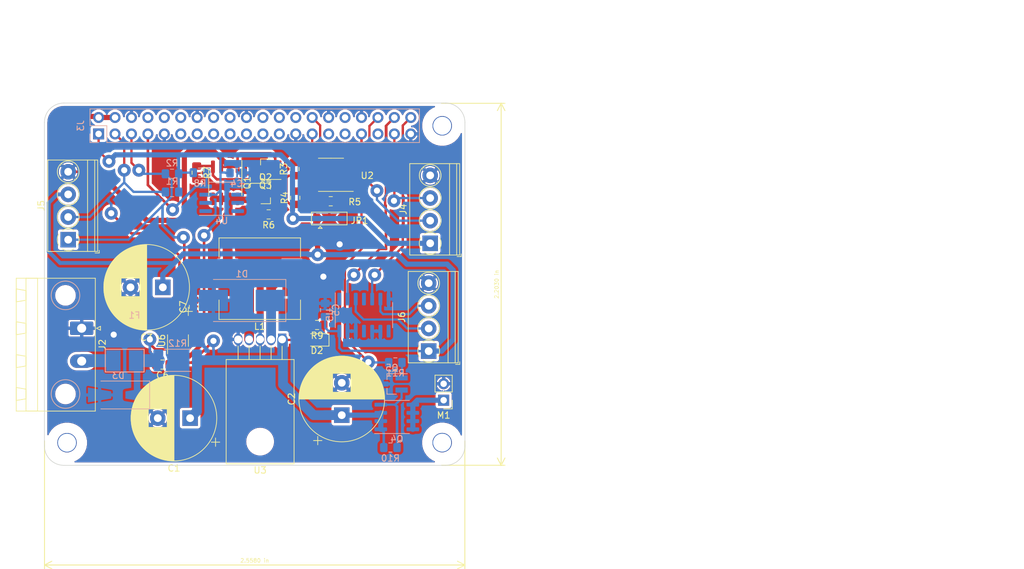
<source format=kicad_pcb>
(kicad_pcb (version 20171130) (host pcbnew "(5.1.2)-1")
  (layers (0 F.Cu signal) (31 B.Cu signal) (34 B.Paste user) (35 F.Paste user) (36 B.SilkS user) (37 F.SilkS user) (38 B.Mask user) (39 F.Mask user) (44 Edge.Cuts user))
  (net 0 "")
  (net 1 GND)
  (net 2 /ID_SD_EEPROM)
  (net 3 /ID_SC_EEPROM)
  (net 4 "Net-(Q2-Pad1)")
  (net 5 /P5V_HAT)
  (net 6 "Net-(J3-Pad8)")
  (net 7 "Net-(J3-Pad10)")
  (net 8 "Net-(J3-Pad11)")
  (net 9 "Net-(J3-Pad12)")
  (net 10 "Net-(J3-Pad13)")
  (net 11 "Net-(J3-Pad15)")
  (net 12 "Net-(J3-Pad16)")
  (net 13 "Net-(J3-Pad17)")
  (net 14 "Net-(J3-Pad18)")
  (net 15 "Net-(J3-Pad19)")
  (net 16 "Net-(J3-Pad21)")
  (net 17 "Net-(J3-Pad22)")
  (net 18 "Net-(J3-Pad23)")
  (net 19 "Net-(J3-Pad24)")
  (net 20 "Net-(J3-Pad26)")
  (net 21 "Net-(J3-Pad29)")
  (net 22 "Net-(J3-Pad31)")
  (net 23 "Net-(J3-Pad32)")
  (net 24 "Net-(J3-Pad35)")
  (net 25 +24V)
  (net 26 +5V)
  (net 27 +3V3)
  (net 28 "Net-(C6-Pad2)")
  (net 29 "Net-(D1-Pad1)")
  (net 30 "/Hat power/VIN")
  (net 31 "Net-(D2-Pad1)")
  (net 32 /SDA)
  (net 33 /SCL)
  (net 34 /temp)
  (net 35 /PWM_FAN)
  (net 36 /GPIO16)
  (net 37 /GPIO26)
  (net 38 /LED_MOSI)
  (net 39 /LED_SCLK)
  (net 40 /DotStar_clock)
  (net 41 /Dotstar_data)
  (net 42 "Net-(JP1-Pad2)")
  (net 43 "Net-(M1-Pad1)")
  (net 44 "Net-(Q1-Pad4)")
  (net 45 "Net-(Q4-Pad4)")
  (net 46 "Net-(Q5-Pad1)")
  (net 47 "Net-(R5-Pad1)")
  (net 48 "Net-(U4-Pad8)")
  (net 49 "Net-(U4-Pad7)")
  (net 50 "Net-(U4-Pad6)")
  (net 51 "Net-(U4-Pad2)")
  (net 52 "Net-(U4-Pad1)")
  (net 53 "Net-(U5-Pad11)")
  (net 54 "Net-(U5-Pad8)")
  (net 55 "Net-(U5-Pad4)")
  (net 56 "Net-(U5-Pad1)")
  (module Diode_SMD:D_SMA-SMB_Universal_Handsoldering (layer B.Cu) (at 89.9668 105.9434 180)
    (fp_text reference D3 (at 0 3) (layer B.SilkS) (effects (justify mirror)))
    (fp_text value D_Schottky)
    (pad 2 smd trapezoid (at 2.9 0) (size 3.6 1.7) (rect_delta 0.6 0) (layers B.Cu B.Paste B.Mask) (net 1 GND))
    (pad 1 smd trapezoid (at -2.9 0 180) (size 3.6 1.7) (rect_delta 0.6 0) (layers B.Cu B.Paste B.Mask) (net 28 "Net-(C6-Pad2)"))
  )
  (module Package_TO_SOT_SMD:SOT-23_Handsoldering (layer B.Cu) (at 132.2578 104.2416 180)
    (fp_text reference Q5 (at 0 2.5) (layer B.SilkS) (effects (justify mirror)))
    (fp_text value BSS138)
    (pad 3 smd rect (at 1.5 0 180) (size 1.9 0.8) (layers B.Cu B.Paste B.Mask) (net 1 GND))
    (pad 2 smd rect (at -1.5 -0.95 180) (size 1.9 0.8) (layers B.Cu B.Paste B.Mask) (net 45 "Net-(Q4-Pad4)"))
    (pad 1 smd rect (at -1.5 0.95 180) (size 1.9 0.8) (layers B.Cu B.Paste B.Mask) (net 46 "Net-(Q5-Pad1)"))
  )
  (module Resistor_SMD:R_0805_2012Metric_Pad1.15x1.40mm_HandSolder (layer F.Cu) (at 120.7008 95.123 180)
    (fp_text reference R9 (at 0 -1.65) (layer F.SilkS))
    (fp_text value 10K)
    (pad 2 smd roundrect (at 1.025 0 180) (size 1.15 1.4) (layers F.Cu F.Paste F.Mask) (roundrect_rratio 0.217391) (net 1 GND))
    (pad 1 smd roundrect (at -1.025 0 180) (size 1.15 1.4) (layers F.Cu F.Paste F.Mask) (roundrect_rratio 0.217391) (net 31 "Net-(D2-Pad1)"))
  )
  (module LED_SMD:LED_0805_2012Metric_Pad1.15x1.40mm_HandSolder (layer F.Cu) (at 120.6754 97.4344 180)
    (fp_text reference D2 (at 0 -1.65) (layer F.SilkS))
    (fp_text value LED)
    (pad 2 smd roundrect (at 1.025 0 180) (size 1.15 1.4) (layers F.Cu F.Paste F.Mask) (roundrect_rratio 0.217391) (net 25 +24V))
    (pad 1 smd roundrect (at -1.025 0 180) (size 1.15 1.4) (layers F.Cu F.Paste F.Mask) (roundrect_rratio 0.217391) (net 31 "Net-(D2-Pad1)"))
  )
  (module Resistor_SMD:R_0805_2012Metric_Pad1.15x1.40mm_HandSolder (layer B.Cu) (at 98.2726 71.755 180)
    (fp_text reference R2 (at 0 1.65) (layer B.SilkS) (effects (justify mirror)))
    (fp_text value 4k7)
    (pad 2 smd roundrect (at 1.025 0 180) (size 1.15 1.4) (layers B.Cu B.Paste B.Mask) (roundrect_rratio 0.217391) (net 33 /SCL))
    (pad 1 smd roundrect (at -1.025 0 180) (size 1.15 1.4) (layers B.Cu B.Paste B.Mask) (roundrect_rratio 0.217391) (net 27 +3V3))
  )
  (module Resistor_SMD:R_0805_2012Metric_Pad1.15x1.40mm_HandSolder (layer B.Cu) (at 98.2816 74.5744 180)
    (fp_text reference R1 (at 0 1.65) (layer B.SilkS) (effects (justify mirror)))
    (fp_text value 4k7)
    (pad 2 smd roundrect (at 1.025 0 180) (size 1.15 1.4) (layers B.Cu B.Paste B.Mask) (roundrect_rratio 0.217391) (net 32 /SDA))
    (pad 1 smd roundrect (at -1.025 0 180) (size 1.15 1.4) (layers B.Cu B.Paste B.Mask) (roundrect_rratio 0.217391) (net 27 +3V3))
  )
  (module Package_TO_SOT_THT:TO-220F-5_Horizontal_TabDown (layer F.Cu) (at 115.2906 97.3582 180)
    (fp_text reference U3 (at 3.4 -20.22) (layer F.SilkS))
    (fp_text value LM2576HVS-5)
    (pad 5 thru_hole oval (at 6.8 0 180) (size 1.275 1.8) (drill 1.2) (layers *.Cu *.Mask) (net 1 GND))
    (pad 4 thru_hole oval (at 5.1 0 180) (size 1.275 1.8) (drill 1.2) (layers *.Cu *.Mask) (net 26 +5V))
    (pad 3 thru_hole oval (at 3.4 0 180) (size 1.275 1.8) (drill 1.2) (layers *.Cu *.Mask) (net 1 GND))
    (pad 2 thru_hole oval (at 1.7 0 180) (size 1.275 1.8) (drill 1.2) (layers *.Cu *.Mask) (net 29 "Net-(D1-Pad1)"))
    (pad 1 thru_hole rect (at 0 0 180) (size 1.275 1.8) (drill 1.2) (layers *.Cu *.Mask) (net 25 +24V))
    (pad "" np_thru_hole oval (at 3.4 -15.8 180) (size 3.5 3.5) (drill 3.5) (layers *.Cu *.Mask))
  )
  (module Libs:LittleFuse_110F_24V (layer B.Cu) (at 92.456 100.6348 180)
    (fp_text reference F1 (at 0 7 180) (layer B.SilkS) (effects (justify mirror)))
    (fp_text value Polyfuse)
    (pad 2 smd trapezoid (at 3.25 0 180) (size 2.2 3.2) (layers B.Cu B.Paste B.Mask) (net 30 "/Hat power/VIN"))
    (pad 1 smd trapezoid (at -0.25 0 180) (size 2.2 3.2) (layers B.Cu B.Paste B.Mask) (net 28 "Net-(C6-Pad2)"))
  )
  (module Connector_PinHeader_2.54mm:PinHeader_1x02_P2.54mm_Vertical (layer F.Cu) (at 140.2588 106.7562 180)
    (fp_text reference M1 (at 0 -2.33) (layer F.SilkS))
    (fp_text value Fan)
    (pad 2 thru_hole oval (at 0 2.54 180) (size 1.7 1.7) (drill 1) (layers *.Cu *.Mask) (net 1 GND))
    (pad 1 thru_hole rect (at 0 0 180) (size 1.7 1.7) (drill 1) (layers *.Cu *.Mask) (net 43 "Net-(M1-Pad1)"))
  )
  (module Package_TO_SOT_SMD:SOT-23-8_Handsoldering (layer F.Cu) (at 99.187 97.536 90)
    (fp_text reference U6 (at 0 -2.5 270) (layer F.SilkS))
    (fp_text value INA219)
    (pad 8 smd rect (at 1.35 -0.98 90) (size 1.56 0.4) (layers F.Cu F.Paste F.Mask) (net 1 GND))
    (pad 7 smd rect (at 1.35 -0.33 90) (size 1.56 0.4) (layers F.Cu F.Paste F.Mask) (net 1 GND))
    (pad 6 smd rect (at 1.35 0.33 90) (size 1.56 0.4) (layers F.Cu F.Paste F.Mask) (net 32 /SDA))
    (pad 5 smd rect (at 1.35 0.98 90) (size 1.56 0.4) (layers F.Cu F.Paste F.Mask) (net 33 /SCL))
    (pad 4 smd rect (at -1.35 0.98 90) (size 1.56 0.4) (layers F.Cu F.Paste F.Mask) (net 27 +3V3))
    (pad 3 smd rect (at -1.35 0.33 90) (size 1.56 0.4) (layers F.Cu F.Paste F.Mask) (net 1 GND))
    (pad 2 smd rect (at -1.35 -0.33 90) (size 1.56 0.4) (layers F.Cu F.Paste F.Mask) (net 25 +24V))
    (pad 1 smd rect (at -1.35 -0.98 90) (size 1.56 0.4) (layers F.Cu F.Paste F.Mask) (net 28 "Net-(C6-Pad2)"))
  )
  (module Package_SO:SOIC-14_3.9x8.7mm_P1.27mm (layer B.Cu) (at 127.9398 93.599 270)
    (fp_text reference U5 (at 0 5.28 90) (layer B.SilkS) (effects (justify mirror)))
    (fp_text value 74LVC125)
    (pad 14 smd roundrect (at 2.475 3.81 270) (size 1.95 0.6) (layers B.Cu B.Paste B.Mask) (net 26 +5V))
    (pad 13 smd roundrect (at 2.475 2.54 270) (size 1.95 0.6) (layers B.Cu B.Paste B.Mask) (net 1 GND))
    (pad 12 smd roundrect (at 2.475 1.27 270) (size 1.95 0.6) (layers B.Cu B.Paste B.Mask) (net 1 GND))
    (pad 11 smd roundrect (at 2.475 0 270) (size 1.95 0.6) (layers B.Cu B.Paste B.Mask) (net 53 "Net-(U5-Pad11)"))
    (pad 10 smd roundrect (at 2.475 -1.27 270) (size 1.95 0.6) (layers B.Cu B.Paste B.Mask) (net 1 GND))
    (pad 9 smd roundrect (at 2.475 -2.54 270) (size 1.95 0.6) (layers B.Cu B.Paste B.Mask) (net 1 GND))
    (pad 8 smd roundrect (at 2.475 -3.81 270) (size 1.95 0.6) (layers B.Cu B.Paste B.Mask) (net 54 "Net-(U5-Pad8)"))
    (pad 7 smd roundrect (at -2.475 -3.81 270) (size 1.95 0.6) (layers B.Cu B.Paste B.Mask) (net 1 GND))
    (pad 6 smd roundrect (at -2.475 -2.54 270) (size 1.95 0.6) (layers B.Cu B.Paste B.Mask) (net 40 /DotStar_clock))
    (pad 5 smd roundrect (at -2.475 -1.27 270) (size 1.95 0.6) (layers B.Cu B.Paste B.Mask) (net 39 /LED_SCLK))
    (pad 4 smd roundrect (at -2.475 0 270) (size 1.95 0.6) (layers B.Cu B.Paste B.Mask) (net 55 "Net-(U5-Pad4)"))
    (pad 3 smd roundrect (at -2.475 1.27 270) (size 1.95 0.6) (layers B.Cu B.Paste B.Mask) (net 41 /Dotstar_data))
    (pad 2 smd roundrect (at -2.475 2.54 270) (size 1.95 0.6) (layers B.Cu B.Paste B.Mask) (net 38 /LED_MOSI))
    (pad 1 smd roundrect (at -2.475 3.81 270) (size 1.95 0.6) (layers B.Cu B.Paste B.Mask) (net 56 "Net-(U5-Pad1)"))
  )
  (module Package_SO:SOIC-8_3.9x4.9mm_P1.27mm (layer B.Cu) (at 105.9434 75.6158)
    (fp_text reference U4 (at 0 3.4) (layer B.SilkS) (effects (justify mirror)))
    (fp_text value DS18S20Z)
    (pad 8 smd roundrect (at 2.475 1.905) (size 1.95 0.6) (layers B.Cu B.Paste B.Mask) (net 48 "Net-(U4-Pad8)"))
    (pad 7 smd roundrect (at 2.475 0.635) (size 1.95 0.6) (layers B.Cu B.Paste B.Mask) (net 49 "Net-(U4-Pad7)"))
    (pad 6 smd roundrect (at 2.475 -0.635) (size 1.95 0.6) (layers B.Cu B.Paste B.Mask) (net 50 "Net-(U4-Pad6)"))
    (pad 5 smd roundrect (at 2.475 -1.905) (size 1.95 0.6) (layers B.Cu B.Paste B.Mask) (net 1 GND))
    (pad 4 smd roundrect (at -2.475 -1.905) (size 1.95 0.6) (layers B.Cu B.Paste B.Mask) (net 34 /temp))
    (pad 3 smd roundrect (at -2.475 -0.635) (size 1.95 0.6) (layers B.Cu B.Paste B.Mask) (net 27 +3V3))
    (pad 2 smd roundrect (at -2.475 0.635) (size 1.95 0.6) (layers B.Cu B.Paste B.Mask) (net 51 "Net-(U4-Pad2)"))
    (pad 1 smd roundrect (at -2.475 1.905) (size 1.95 0.6) (layers B.Cu B.Paste B.Mask) (net 52 "Net-(U4-Pad1)"))
  )
  (module Package_SO:SOIC-8_3.9x4.9mm_P1.27mm (layer F.Cu) (at 122.8456 71.9074 180)
    (fp_text reference U2 (at -5.6022 -0.127) (layer F.SilkS))
    (fp_text value M24C01-WMN)
    (pad 8 smd roundrect (at 2.475 -1.905 180) (size 1.95 0.6) (layers F.Cu F.Paste F.Mask) (net 27 +3V3))
    (pad 7 smd roundrect (at 2.475 -0.635 180) (size 1.95 0.6) (layers F.Cu F.Paste F.Mask) (net 47 "Net-(R5-Pad1)"))
    (pad 6 smd roundrect (at 2.475 0.635 180) (size 1.95 0.6) (layers F.Cu F.Paste F.Mask) (net 3 /ID_SC_EEPROM))
    (pad 5 smd roundrect (at 2.475 1.905 180) (size 1.95 0.6) (layers F.Cu F.Paste F.Mask) (net 2 /ID_SD_EEPROM))
    (pad 4 smd roundrect (at -2.475 1.905 180) (size 1.95 0.6) (layers F.Cu F.Paste F.Mask) (net 1 GND))
    (pad 3 smd roundrect (at -2.475 0.635 180) (size 1.95 0.6) (layers F.Cu F.Paste F.Mask) (net 1 GND))
    (pad 2 smd roundrect (at -2.475 -0.635 180) (size 1.95 0.6) (layers F.Cu F.Paste F.Mask) (net 1 GND))
    (pad 1 smd roundrect (at -2.475 -1.905 180) (size 1.95 0.6) (layers F.Cu F.Paste F.Mask) (net 1 GND))
  )
  (module Resistor_SMD:R_2512_6332Metric_Pad1.52x3.35mm_HandSolder (layer B.Cu) (at 99.1362 100.584 180)
    (fp_text reference R12 (at 0 2.62) (layer B.SilkS) (effects (justify mirror)))
    (fp_text value 0R1)
    (pad 2 smd roundrect (at 2.9875 0 180) (size 1.525 3.35) (layers B.Cu B.Paste B.Mask) (roundrect_rratio 0.163934) (net 28 "Net-(C6-Pad2)"))
    (pad 1 smd roundrect (at -2.9875 0 180) (size 1.525 3.35) (layers B.Cu B.Paste B.Mask) (roundrect_rratio 0.163934) (net 25 +24V))
  )
  (module Resistor_SMD:R_0805_2012Metric_Pad1.15x1.40mm_HandSolder (layer B.Cu) (at 132.7912 100.9142)
    (fp_text reference R11 (at 0 1.65) (layer B.SilkS) (effects (justify mirror)))
    (fp_text value 10K)
    (pad 2 smd roundrect (at 1.025 0) (size 1.15 1.4) (layers B.Cu B.Paste B.Mask) (roundrect_rratio 0.217391) (net 46 "Net-(Q5-Pad1)"))
    (pad 1 smd roundrect (at -1.025 0) (size 1.15 1.4) (layers B.Cu B.Paste B.Mask) (roundrect_rratio 0.217391) (net 35 /PWM_FAN))
  )
  (module Resistor_SMD:R_0805_2012Metric_Pad1.15x1.40mm_HandSolder (layer B.Cu) (at 132.0292 114.0714)
    (fp_text reference R10 (at 0 1.65) (layer B.SilkS) (effects (justify mirror)))
    (fp_text value 10K)
    (pad 2 smd roundrect (at 1.025 0) (size 1.15 1.4) (layers B.Cu B.Paste B.Mask) (roundrect_rratio 0.217391) (net 45 "Net-(Q4-Pad4)"))
    (pad 1 smd roundrect (at -1.025 0) (size 1.15 1.4) (layers B.Cu B.Paste B.Mask) (roundrect_rratio 0.217391) (net 25 +24V))
  )
  (module Resistor_SMD:R_0805_2012Metric_Pad1.15x1.40mm_HandSolder (layer B.Cu) (at 102.5906 71.5772)
    (fp_text reference R8 (at 0 1.65) (layer B.SilkS) (effects (justify mirror)))
    (fp_text value 4k7)
    (pad 2 smd roundrect (at 1.025 0) (size 1.15 1.4) (layers B.Cu B.Paste B.Mask) (roundrect_rratio 0.217391) (net 34 /temp))
    (pad 1 smd roundrect (at -1.025 0) (size 1.15 1.4) (layers B.Cu B.Paste B.Mask) (roundrect_rratio 0.217391) (net 27 +3V3))
  )
  (module Resistor_SMD:R_0805_2012Metric_Pad1.15x1.40mm_HandSolder (layer F.Cu) (at 102.0826 71.5772 270)
    (fp_text reference R7 (at 0 -1.65 90) (layer F.SilkS))
    (fp_text value 47K)
    (pad 2 smd roundrect (at 1.025 0 270) (size 1.15 1.4) (layers F.Cu F.Paste F.Mask) (roundrect_rratio 0.217391) (net 1 GND))
    (pad 1 smd roundrect (at -1.025 0 270) (size 1.15 1.4) (layers F.Cu F.Paste F.Mask) (roundrect_rratio 0.217391) (net 44 "Net-(Q1-Pad4)"))
  )
  (module Resistor_SMD:R_0805_2012Metric_Pad1.15x1.40mm_HandSolder (layer F.Cu) (at 113.2078 78.0288 180)
    (fp_text reference R6 (at 0 -1.65) (layer F.SilkS))
    (fp_text value 10K)
    (pad 2 smd roundrect (at 1.025 0 180) (size 1.15 1.4) (layers F.Cu F.Paste F.Mask) (roundrect_rratio 0.217391) (net 1 GND))
    (pad 1 smd roundrect (at -1.025 0 180) (size 1.15 1.4) (layers F.Cu F.Paste F.Mask) (roundrect_rratio 0.217391) (net 4 "Net-(Q2-Pad1)"))
  )
  (module Resistor_SMD:R_0805_2012Metric_Pad1.15x1.40mm_HandSolder (layer F.Cu) (at 122.809 75.9968)
    (fp_text reference R5 (at 3.7084 0.1016) (layer F.SilkS))
    (fp_text value 10K)
    (pad 2 smd roundrect (at 1.025 0) (size 1.15 1.4) (layers F.Cu F.Paste F.Mask) (roundrect_rratio 0.217391) (net 42 "Net-(JP1-Pad2)"))
    (pad 1 smd roundrect (at -1.025 0) (size 1.15 1.4) (layers F.Cu F.Paste F.Mask) (roundrect_rratio 0.217391) (net 47 "Net-(R5-Pad1)"))
  )
  (module Resistor_SMD:R_0805_2012Metric_Pad1.15x1.40mm_HandSolder (layer F.Cu) (at 117.3226 75.4634 90)
    (fp_text reference R4 (at 0 -1.65 90) (layer F.SilkS))
    (fp_text value 3.9K)
    (pad 2 smd roundrect (at 1.025 0 90) (size 1.15 1.4) (layers F.Cu F.Paste F.Mask) (roundrect_rratio 0.217391) (net 3 /ID_SC_EEPROM))
    (pad 1 smd roundrect (at -1.025 0 90) (size 1.15 1.4) (layers F.Cu F.Paste F.Mask) (roundrect_rratio 0.217391) (net 27 +3V3))
  )
  (module Resistor_SMD:R_0805_2012Metric_Pad1.15x1.40mm_HandSolder (layer F.Cu) (at 117.1956 71.0184 90)
    (fp_text reference R3 (at 0 -1.65 90) (layer F.SilkS))
    (fp_text value 3.9K)
    (pad 2 smd roundrect (at 1.025 0 90) (size 1.15 1.4) (layers F.Cu F.Paste F.Mask) (roundrect_rratio 0.217391) (net 2 /ID_SD_EEPROM))
    (pad 1 smd roundrect (at -1.025 0 90) (size 1.15 1.4) (layers F.Cu F.Paste F.Mask) (roundrect_rratio 0.217391) (net 27 +3V3))
  )
  (module Package_SO:SOIC-8_3.9x4.9mm_P1.27mm (layer B.Cu) (at 133.0198 109.347)
    (fp_text reference Q4 (at 0 3.4 180) (layer B.SilkS) (effects (justify mirror)))
    (fp_text value Si4435)
    (pad 8 smd roundrect (at 2.475 1.905) (size 1.95 0.6) (layers B.Cu B.Paste B.Mask) (net 43 "Net-(M1-Pad1)"))
    (pad 7 smd roundrect (at 2.475 0.635) (size 1.95 0.6) (layers B.Cu B.Paste B.Mask) (net 43 "Net-(M1-Pad1)"))
    (pad 6 smd roundrect (at 2.475 -0.635) (size 1.95 0.6) (layers B.Cu B.Paste B.Mask) (net 43 "Net-(M1-Pad1)"))
    (pad 5 smd roundrect (at 2.475 -1.905) (size 1.95 0.6) (layers B.Cu B.Paste B.Mask) (net 43 "Net-(M1-Pad1)"))
    (pad 4 smd roundrect (at -2.475 -1.905) (size 1.95 0.6) (layers B.Cu B.Paste B.Mask) (net 45 "Net-(Q4-Pad4)"))
    (pad 3 smd roundrect (at -2.475 -0.635) (size 1.95 0.6) (layers B.Cu B.Paste B.Mask) (net 25 +24V))
    (pad 2 smd roundrect (at -2.475 0.635) (size 1.95 0.6) (layers B.Cu B.Paste B.Mask) (net 25 +24V))
    (pad 1 smd roundrect (at -2.475 1.905) (size 1.95 0.6) (layers B.Cu B.Paste B.Mask) (net 25 +24V))
  )
  (module Package_TO_SOT_SMD:SOT-23_Handsoldering (layer F.Cu) (at 112.7252 71.0438 180)
    (fp_text reference Q3 (at 0 -2.5) (layer F.SilkS))
    (fp_text value BC857)
    (pad 3 smd rect (at 1.5 0 180) (size 1.9 0.8) (layers F.Cu F.Paste F.Mask) (net 44 "Net-(Q1-Pad4)"))
    (pad 2 smd rect (at -1.5 0.95 180) (size 1.9 0.8) (layers F.Cu F.Paste F.Mask) (net 5 /P5V_HAT))
    (pad 1 smd rect (at -1.5 -0.95 180) (size 1.9 0.8) (layers F.Cu F.Paste F.Mask) (net 4 "Net-(Q2-Pad1)"))
  )
  (module Package_TO_SOT_SMD:SOT-23_Handsoldering (layer F.Cu) (at 112.7252 74.803)
    (fp_text reference Q2 (at 0 -2.5) (layer F.SilkS))
    (fp_text value BC857)
    (pad 3 smd rect (at 1.5 0) (size 1.9 0.8) (layers F.Cu F.Paste F.Mask) (net 4 "Net-(Q2-Pad1)"))
    (pad 2 smd rect (at -1.5 0.95) (size 1.9 0.8) (layers F.Cu F.Paste F.Mask) (net 26 +5V))
    (pad 1 smd rect (at -1.5 -0.95) (size 1.9 0.8) (layers F.Cu F.Paste F.Mask) (net 4 "Net-(Q2-Pad1)"))
  )
  (module Package_SO:SOIC-8_3.9x4.9mm_P1.27mm (layer F.Cu) (at 106.5022 73.152 270)
    (fp_text reference Q1 (at 0 -3.4 90) (layer F.SilkS))
    (fp_text value Si4435)
    (pad 8 smd roundrect (at 2.475 -1.905 270) (size 1.95 0.6) (layers F.Cu F.Paste F.Mask) (net 26 +5V))
    (pad 7 smd roundrect (at 2.475 -0.635 270) (size 1.95 0.6) (layers F.Cu F.Paste F.Mask) (net 26 +5V))
    (pad 6 smd roundrect (at 2.475 0.635 270) (size 1.95 0.6) (layers F.Cu F.Paste F.Mask) (net 26 +5V))
    (pad 5 smd roundrect (at 2.475 1.905 270) (size 1.95 0.6) (layers F.Cu F.Paste F.Mask) (net 26 +5V))
    (pad 4 smd roundrect (at -2.475 1.905 270) (size 1.95 0.6) (layers F.Cu F.Paste F.Mask) (net 44 "Net-(Q1-Pad4)"))
    (pad 3 smd roundrect (at -2.475 0.635 270) (size 1.95 0.6) (layers F.Cu F.Paste F.Mask) (net 5 /P5V_HAT))
    (pad 2 smd roundrect (at -2.475 -0.635 270) (size 1.95 0.6) (layers F.Cu F.Paste F.Mask) (net 5 /P5V_HAT))
    (pad 1 smd roundrect (at -2.475 -1.905 270) (size 1.95 0.6) (layers F.Cu F.Paste F.Mask) (net 5 /P5V_HAT))
  )
  (module Inductor_SMD:L_12x12mm_H8mm (layer F.Cu) (at 111.8362 87.9602 180)
    (fp_text reference L1 (at 0 -7.4) (layer F.SilkS))
    (fp_text value 100uH)
    (pad 2 smd rect (at 4.95 0 180) (size 2.9 5.4) (layers F.Cu F.Paste F.Mask) (net 26 +5V))
    (pad 1 smd rect (at -4.95 0 180) (size 2.9 5.4) (layers F.Cu F.Paste F.Mask) (net 29 "Net-(D1-Pad1)"))
  )
  (module Jumper:SolderJumper-3_P2.0mm_Open_TrianglePad1.0x1.5mm (layer F.Cu) (at 122.5804 78.6892)
    (fp_text reference JP1 (at 4.6736 0.3048) (layer F.SilkS))
    (fp_text value "Write ena")
    (pad 3 smd custom (at 2 0 180) (size 0.3 0.3) (layers F.Cu F.Mask) (net 1 GND) (options (clearance outline) (anchor rect)) (primitives (gr_poly (pts (xy -0.5 -0.75) (xy 0.5 -0.75) (xy 1 0) (xy 0.5 0.75) (xy -0.5 0.75)) (width 0))))
    (pad 2 smd custom (at 0 0) (size 0.3 0.3) (layers F.Cu) (net 42 "Net-(JP1-Pad2)") (options (clearance outline) (anchor rect)) (primitives (gr_poly (pts (xy -1.2 -0.75) (xy 1.2 -0.75) (xy 0.7 0) (xy 1.2 0.75) (xy -1.2 0.75) (xy -0.7 0)) (width 0))))
    (pad 1 smd custom (at -2 0) (size 0.3 0.3) (layers F.Cu F.Mask) (net 27 +3V3) (options (clearance outline) (anchor rect)) (primitives (gr_poly (pts (xy -0.5 -0.75) (xy 0.5 -0.75) (xy 1 0) (xy 0.5 0.75) (xy -0.5 0.75)) (width 0))))
  )
  (module TerminalBlock_Phoenix:TerminalBlock_Phoenix_PT-1,5-4-3.5-H_1x04_P3.50mm_Horizontal (layer F.Cu) (at 137.9474 99.1616 90)
    (fp_text reference J6 (at 5.25 -4.16 90) (layer F.SilkS))
    (fp_text value DotStar)
    (pad 4 thru_hole circle (at 10.5 0 90) (size 2.4 2.4) (drill 1.2) (layers *.Cu *.Mask) (net 1 GND))
    (pad 3 thru_hole circle (at 7 0 90) (size 2.4 2.4) (drill 1.2) (layers *.Cu *.Mask) (net 40 /DotStar_clock))
    (pad 2 thru_hole circle (at 3.5 0 90) (size 2.4 2.4) (drill 1.2) (layers *.Cu *.Mask) (net 41 /Dotstar_data))
    (pad 1 thru_hole rect (at 0 0 90) (size 2.4 2.4) (drill 1.2) (layers *.Cu *.Mask) (net 26 +5V))
  )
  (module TerminalBlock_Phoenix:TerminalBlock_Phoenix_PT-1,5-4-3.5-H_1x04_P3.50mm_Horizontal (layer F.Cu) (at 82.2198 81.9404 90)
    (fp_text reference J5 (at 5.25 -4.16 90) (layer F.SilkS))
    (fp_text value DISP)
    (pad 4 thru_hole circle (at 10.5 0 90) (size 2.4 2.4) (drill 1.2) (layers *.Cu *.Mask) (net 1 GND))
    (pad 3 thru_hole circle (at 7 0 90) (size 2.4 2.4) (drill 1.2) (layers *.Cu *.Mask) (net 26 +5V))
    (pad 2 thru_hole circle (at 3.5 0 90) (size 2.4 2.4) (drill 1.2) (layers *.Cu *.Mask) (net 32 /SDA))
    (pad 1 thru_hole rect (at 0 0 90) (size 2.4 2.4) (drill 1.2) (layers *.Cu *.Mask) (net 33 /SCL))
  )
  (module TerminalBlock_Phoenix:TerminalBlock_Phoenix_PT-1,5-4-3.5-H_1x04_P3.50mm_Horizontal (layer F.Cu) (at 138.176 82.4992 90)
    (fp_text reference J4 (at 5.25 -4.16 90) (layer F.SilkS))
    (fp_text value GPIO)
    (pad 4 thru_hole circle (at 10.5 0 90) (size 2.4 2.4) (drill 1.2) (layers *.Cu *.Mask) (net 1 GND))
    (pad 3 thru_hole circle (at 7 0 90) (size 2.4 2.4) (drill 1.2) (layers *.Cu *.Mask) (net 37 /GPIO26))
    (pad 2 thru_hole circle (at 3.5 0 90) (size 2.4 2.4) (drill 1.2) (layers *.Cu *.Mask) (net 36 /GPIO16))
    (pad 1 thru_hole rect (at 0 0 90) (size 2.4 2.4) (drill 1.2) (layers *.Cu *.Mask) (net 27 +3V3))
  )
  (module Connector_Phoenix_MSTB:PhoenixContact_MSTB_2,5_2-GF-5,08_1x02_P5.08mm_Horizontal_ThreadedFlange_MountHole (layer F.Cu) (at 84.3026 95.631 270)
    (fp_text reference J2 (at 2.54 -3.2 90) (layer F.SilkS))
    (fp_text value Vin)
    (pad "" np_thru_hole circle (at 10.16 2.5 270) (size 2.4 2.4) (drill 2.4) (layers *.Cu *.Mask))
    (pad "" np_thru_hole circle (at -5.08 2.5 270) (size 2.4 2.4) (drill 2.4) (layers *.Cu *.Mask))
    (pad 2 thru_hole oval (at 5.08 0 270) (size 2.08 3.6) (drill 1.4) (layers *.Cu *.Mask) (net 30 "/Hat power/VIN"))
    (pad 1 thru_hole roundrect (at 0 0 270) (size 2.08 3.6) (drill 1.4) (layers *.Cu *.Mask) (roundrect_rratio 0.120192) (net 1 GND))
  )
  (module Diode_SMD:D_SMC_Handsoldering (layer B.Cu) (at 109.0618 91.3384 180)
    (fp_text reference D1 (at 0 4.1) (layer B.SilkS) (effects (justify mirror)))
    (fp_text value D_Schottky)
    (pad 2 smd rect (at 4.4 0 90) (size 3.3 4.5) (layers B.Cu B.Paste B.Mask) (net 1 GND))
    (pad 1 smd rect (at -4.4 0 90) (size 3.3 4.5) (layers B.Cu B.Paste B.Mask) (net 29 "Net-(D1-Pad1)"))
  )
  (module Capacitor_SMD:C_0805_2012Metric_Pad1.15x1.40mm_HandSolder (layer F.Cu) (at 101.6508 92.329 90)
    (fp_text reference C7 (at 0 -1.65 90) (layer F.SilkS))
    (fp_text value C)
    (pad 2 smd roundrect (at 1.025 0 90) (size 1.15 1.4) (layers F.Cu F.Paste F.Mask) (roundrect_rratio 0.217391) (net 1 GND))
    (pad 1 smd roundrect (at -1.025 0 90) (size 1.15 1.4) (layers F.Cu F.Paste F.Mask) (roundrect_rratio 0.217391) (net 27 +3V3))
  )
  (module Capacitor_SMD:C_0805_2012Metric_Pad1.15x1.40mm_HandSolder (layer F.Cu) (at 96.7994 101.2444 180)
    (fp_text reference C6 (at 0 -1.65) (layer F.SilkS))
    (fp_text value 1n)
    (pad 2 smd roundrect (at 1.025 0 180) (size 1.15 1.4) (layers F.Cu F.Paste F.Mask) (roundrect_rratio 0.217391) (net 28 "Net-(C6-Pad2)"))
    (pad 1 smd roundrect (at -1.025 0 180) (size 1.15 1.4) (layers F.Cu F.Paste F.Mask) (roundrect_rratio 0.217391) (net 25 +24V))
  )
  (module Capacitor_SMD:C_0805_2012Metric_Pad1.15x1.40mm_HandSolder (layer B.Cu) (at 121.9454 92.8116 90)
    (fp_text reference C5 (at 0 1.65 90) (layer B.SilkS) (effects (justify mirror)))
    (fp_text value 100n)
    (pad 2 smd roundrect (at 1.025 0 90) (size 1.15 1.4) (layers B.Cu B.Paste B.Mask) (roundrect_rratio 0.217391) (net 1 GND))
    (pad 1 smd roundrect (at -1.025 0 90) (size 1.15 1.4) (layers B.Cu B.Paste B.Mask) (roundrect_rratio 0.217391) (net 26 +5V))
  )
  (module Capacitor_SMD:C_0805_2012Metric_Pad1.15x1.40mm_HandSolder (layer B.Cu) (at 108.2548 71.628)
    (fp_text reference C4 (at 0 1.65) (layer B.SilkS) (effects (justify mirror)))
    (fp_text value 100n)
    (pad 2 smd roundrect (at 1.025 0) (size 1.15 1.4) (layers B.Cu B.Paste B.Mask) (roundrect_rratio 0.217391) (net 1 GND))
    (pad 1 smd roundrect (at -1.025 0) (size 1.15 1.4) (layers B.Cu B.Paste B.Mask) (roundrect_rratio 0.217391) (net 27 +3V3))
  )
  (module Capacitor_THT:CP_Radial_D13.0mm_P5.00mm (layer F.Cu) (at 96.8502 89.3064 180)
    (fp_text reference C3 (at 2.5 -7.75) (layer F.SilkS))
    (fp_text value 1000uF)
    (pad 2 thru_hole circle (at 5 0 180) (size 2.4 2.4) (drill 1.2) (layers *.Cu *.Mask) (net 1 GND))
    (pad 1 thru_hole rect (at 0 0 180) (size 2.4 2.4) (drill 1.2) (layers *.Cu *.Mask) (net 26 +5V))
  )
  (module Capacitor_THT:CP_Radial_D13.0mm_P5.00mm (layer F.Cu) (at 124.5108 109.0638 90)
    (fp_text reference C2 (at 2.5 -7.75 90) (layer F.SilkS))
    (fp_text value "10uF 50V")
    (pad 2 thru_hole circle (at 5 0 90) (size 2.4 2.4) (drill 1.2) (layers *.Cu *.Mask) (net 1 GND))
    (pad 1 thru_hole rect (at 0 0 90) (size 2.4 2.4) (drill 1.2) (layers *.Cu *.Mask) (net 25 +24V))
  )
  (module Capacitor_THT:CP_Radial_D13.0mm_P5.00mm (layer F.Cu) (at 101.0666 109.5248 180)
    (fp_text reference C1 (at 2.5 -7.75) (layer F.SilkS))
    (fp_text value "100uF 50V")
    (pad 2 thru_hole circle (at 5 0 180) (size 2.4 2.4) (drill 1.2) (layers *.Cu *.Mask) (net 1 GND))
    (pad 1 thru_hole rect (at 0 0 180) (size 2.4 2.4) (drill 1.2) (layers *.Cu *.Mask) (net 25 +24V))
  )
  (module Connector_PinSocket_2.54mm:PinSocket_2x20_P2.54mm_Vertical (layer B.Cu) (at 86.92 65.59 270)
    (fp_text reference J3 (at -1.27 2.77 270) (layer B.SilkS) (effects (justify mirror)))
    (fp_text value 40HAT)
    (pad 1 thru_hole rect (at 0 0 270) (size 1.7 1.7) (drill 1) (layers *.Cu *.Mask) (net 27 +3V3))
    (pad 2 thru_hole oval (at -2.54 0 270) (size 1.7 1.7) (drill 1) (layers *.Cu *.Mask) (net 5 /P5V_HAT))
    (pad 3 thru_hole oval (at 0 -2.54 270) (size 1.7 1.7) (drill 1) (layers *.Cu *.Mask) (net 32 /SDA))
    (pad 4 thru_hole oval (at -2.54 -2.54 270) (size 1.7 1.7) (drill 1) (layers *.Cu *.Mask) (net 5 /P5V_HAT))
    (pad 5 thru_hole oval (at 0 -5.08 270) (size 1.7 1.7) (drill 1) (layers *.Cu *.Mask) (net 33 /SCL))
    (pad 6 thru_hole oval (at -2.54 -5.08 270) (size 1.7 1.7) (drill 1) (layers *.Cu *.Mask) (net 1 GND))
    (pad 7 thru_hole oval (at 0 -7.62 270) (size 1.7 1.7) (drill 1) (layers *.Cu *.Mask) (net 34 /temp))
    (pad 8 thru_hole oval (at -2.54 -7.62 270) (size 1.7 1.7) (drill 1) (layers *.Cu *.Mask) (net 6 "Net-(J3-Pad8)"))
    (pad 9 thru_hole oval (at 0 -10.16 270) (size 1.7 1.7) (drill 1) (layers *.Cu *.Mask) (net 1 GND))
    (pad 10 thru_hole oval (at -2.54 -10.16 270) (size 1.7 1.7) (drill 1) (layers *.Cu *.Mask) (net 7 "Net-(J3-Pad10)"))
    (pad 11 thru_hole oval (at 0 -12.7 270) (size 1.7 1.7) (drill 1) (layers *.Cu *.Mask) (net 8 "Net-(J3-Pad11)"))
    (pad 12 thru_hole oval (at -2.54 -12.7 270) (size 1.7 1.7) (drill 1) (layers *.Cu *.Mask) (net 9 "Net-(J3-Pad12)"))
    (pad 13 thru_hole oval (at 0 -15.24 270) (size 1.7 1.7) (drill 1) (layers *.Cu *.Mask) (net 10 "Net-(J3-Pad13)"))
    (pad 14 thru_hole oval (at -2.54 -15.24 270) (size 1.7 1.7) (drill 1) (layers *.Cu *.Mask) (net 1 GND))
    (pad 15 thru_hole oval (at 0 -17.78 270) (size 1.7 1.7) (drill 1) (layers *.Cu *.Mask) (net 11 "Net-(J3-Pad15)"))
    (pad 16 thru_hole oval (at -2.54 -17.78 270) (size 1.7 1.7) (drill 1) (layers *.Cu *.Mask) (net 12 "Net-(J3-Pad16)"))
    (pad 17 thru_hole oval (at 0 -20.32 270) (size 1.7 1.7) (drill 1) (layers *.Cu *.Mask) (net 13 "Net-(J3-Pad17)"))
    (pad 18 thru_hole oval (at -2.54 -20.32 270) (size 1.7 1.7) (drill 1) (layers *.Cu *.Mask) (net 14 "Net-(J3-Pad18)"))
    (pad 19 thru_hole oval (at 0 -22.86 270) (size 1.7 1.7) (drill 1) (layers *.Cu *.Mask) (net 15 "Net-(J3-Pad19)"))
    (pad 20 thru_hole oval (at -2.54 -22.86 270) (size 1.7 1.7) (drill 1) (layers *.Cu *.Mask) (net 1 GND))
    (pad 21 thru_hole oval (at 0 -25.4 270) (size 1.7 1.7) (drill 1) (layers *.Cu *.Mask) (net 16 "Net-(J3-Pad21)"))
    (pad 22 thru_hole oval (at -2.54 -25.4 270) (size 1.7 1.7) (drill 1) (layers *.Cu *.Mask) (net 17 "Net-(J3-Pad22)"))
    (pad 23 thru_hole oval (at 0 -27.94 270) (size 1.7 1.7) (drill 1) (layers *.Cu *.Mask) (net 18 "Net-(J3-Pad23)"))
    (pad 24 thru_hole oval (at -2.54 -27.94 270) (size 1.7 1.7) (drill 1) (layers *.Cu *.Mask) (net 19 "Net-(J3-Pad24)"))
    (pad 25 thru_hole oval (at 0 -30.48 270) (size 1.7 1.7) (drill 1) (layers *.Cu *.Mask) (net 1 GND))
    (pad 26 thru_hole oval (at -2.54 -30.48 270) (size 1.7 1.7) (drill 1) (layers *.Cu *.Mask) (net 20 "Net-(J3-Pad26)"))
    (pad 27 thru_hole oval (at 0 -33.02 270) (size 1.7 1.7) (drill 1) (layers *.Cu *.Mask) (net 2 /ID_SD_EEPROM))
    (pad 28 thru_hole oval (at -2.54 -33.02 270) (size 1.7 1.7) (drill 1) (layers *.Cu *.Mask) (net 3 /ID_SC_EEPROM))
    (pad 29 thru_hole oval (at 0 -35.56 270) (size 1.7 1.7) (drill 1) (layers *.Cu *.Mask) (net 21 "Net-(J3-Pad29)"))
    (pad 30 thru_hole oval (at -2.54 -35.56 270) (size 1.7 1.7) (drill 1) (layers *.Cu *.Mask) (net 1 GND))
    (pad 31 thru_hole oval (at 0 -38.1 270) (size 1.7 1.7) (drill 1) (layers *.Cu *.Mask) (net 22 "Net-(J3-Pad31)"))
    (pad 32 thru_hole oval (at -2.54 -38.1 270) (size 1.7 1.7) (drill 1) (layers *.Cu *.Mask) (net 23 "Net-(J3-Pad32)"))
    (pad 33 thru_hole oval (at 0 -40.64 270) (size 1.7 1.7) (drill 1) (layers *.Cu *.Mask) (net 35 /PWM_FAN))
    (pad 34 thru_hole oval (at -2.54 -40.64 270) (size 1.7 1.7) (drill 1) (layers *.Cu *.Mask) (net 1 GND))
    (pad 35 thru_hole oval (at 0 -43.18 270) (size 1.7 1.7) (drill 1) (layers *.Cu *.Mask) (net 24 "Net-(J3-Pad35)"))
    (pad 36 thru_hole oval (at -2.54 -43.18 270) (size 1.7 1.7) (drill 1) (layers *.Cu *.Mask) (net 36 /GPIO16))
    (pad 37 thru_hole oval (at 0 -45.72 270) (size 1.7 1.7) (drill 1) (layers *.Cu *.Mask) (net 37 /GPIO26))
    (pad 38 thru_hole oval (at -2.54 -45.72 270) (size 1.7 1.7) (drill 1) (layers *.Cu *.Mask) (net 38 /LED_MOSI))
    (pad 39 thru_hole oval (at 0 -48.26 270) (size 1.7 1.7) (drill 1) (layers *.Cu *.Mask) (net 1 GND))
    (pad 40 thru_hole oval (at -2.54 -48.26 270) (size 1.7 1.7) (drill 1) (layers *.Cu *.Mask) (net 39 /LED_SCLK))
  )
  (module project_footprints:NPTH_3mm_ID (layer F.Cu) (at 140.04 64.33)
    (fp_text reference H2 (at 0.06 0.09) (layer F.SilkS))
    (fp_text value 3mm_Mounting_Hole hide)
    (pad "" np_thru_hole circle (at 0 0) (size 3 3) (drill 2.75) (layers *.Cu *.Mask) (clearance 1.6))
  )
  (module project_footprints:NPTH_3mm_ID (layer F.Cu) (at 82.04 113.32)
    (fp_text reference H3 (at 0.06 0.09) (layer F.SilkS))
    (fp_text value 3mm_Mounting_Hole hide)
    (pad "" np_thru_hole circle (at 0 0) (size 3 3) (drill 2.75) (layers *.Cu *.Mask) (clearance 1.6))
  )
  (module project_footprints:NPTH_3mm_ID (layer F.Cu) (at 140.03 113.31)
    (fp_text reference H4 (at 0.06 0.09) (layer F.SilkS))
    (fp_text value 3mm_Mounting_Hole hide)
    (pad "" np_thru_hole circle (at 0 0) (size 3 3) (drill 2.75) (layers *.Cu *.Mask) (clearance 1.6))
  )
  (dimension 55.9562 (width 0.15) (layer F.SilkS) (gr_text "55.956 mm" (at 149.9888 88.8365 90) (layer F.SilkS) (effects (font (size 0.6 0.6) (thickness 0.09)))) (feature1 (pts (xy 139.9286 60.8584) (xy 149.735221 60.8584))) (feature2 (pts (xy 139.9286 116.8146) (xy 149.735221 116.8146))) (crossbar (pts (xy 149.1488 116.8146) (xy 149.1488 60.8584))) (arrow1a (pts (xy 149.1488 60.8584) (xy 149.735221 61.984904))) (arrow1b (pts (xy 149.1488 60.8584) (xy 148.562379 61.984904))) (arrow2a (pts (xy 149.1488 116.8146) (xy 149.735221 115.688096))) (arrow2b (pts (xy 149.1488 116.8146) (xy 148.562379 115.688096))))
  (dimension 64.9732 (width 0.15) (layer F.SilkS) (gr_text "64.973 mm" (at 111.0488 133.0724) (layer F.SilkS) (effects (font (size 0.6 0.6) (thickness 0.09)))) (feature1 (pts (xy 143.5354 113.0554) (xy 143.5354 132.818821))) (feature2 (pts (xy 78.5622 113.0554) (xy 78.5622 132.818821))) (crossbar (pts (xy 78.5622 132.2324) (xy 143.5354 132.2324))) (arrow1a (pts (xy 143.5354 132.2324) (xy 142.408896 132.818821))) (arrow1b (pts (xy 143.5354 132.2324) (xy 142.408896 131.645979))) (arrow2a (pts (xy 78.5622 132.2324) (xy 79.688704 132.818821))) (arrow2b (pts (xy 78.5622 132.2324) (xy 79.688704 131.645979))))
  (gr_line (start 78.546356 63.817611) (end 78.546356 113.817611) (layer Edge.Cuts) (width 0.1))
  (gr_arc (start 81.546356 63.817611) (end 81.546356 60.817611) (angle -90) (layer Edge.Cuts) (width 0.1))
  (gr_line (start 140.546356 60.817611) (end 81.546356 60.817611) (layer Edge.Cuts) (width 0.1))
  (gr_arc (start 140.546356 63.817611) (end 143.546356 63.817611) (angle -90) (layer Edge.Cuts) (width 0.1))
  (gr_line (start 143.546356 113.817611) (end 143.546356 63.817611) (layer Edge.Cuts) (width 0.1))
  (gr_arc (start 81.546356 113.817611) (end 78.546356 113.817611) (angle -90) (layer Edge.Cuts) (width 0.1))
  (gr_line (start 81.546356 116.817611) (end 140.546356 116.817611) (layer Edge.Cuts) (width 0.1))
  (gr_arc (start 140.546356 113.817611) (end 140.546356 116.817611) (angle -89.9) (layer Edge.Cuts) (width 0.1))
  (segment (start 130.4798 96.074) (end 129.2098 96.074) (width 0.4) (layer B.Cu) (net 1))
  (segment (start 126.6698 96.074) (end 125.3998 96.074) (width 0.4) (layer B.Cu) (net 1))
  (segment (start 84.8262 71.4404) (end 82.2198 71.4404) (width 0.4) (layer F.Cu) (net 1))
  (segment (start 93.1418 79.756) (end 84.8262 71.4404) (width 0.4) (layer F.Cu) (net 1))
  (segment (start 100.6094 79.756) (end 93.1418 79.756) (width 0.4) (layer F.Cu) (net 1))
  (segment (start 101.6508 91.304) (end 101.6508 80.7974) (width 0.4) (layer F.Cu) (net 1))
  (segment (start 101.6508 80.7974) (end 100.6094 79.756) (width 0.4) (layer F.Cu) (net 1))
  (via (at 89.2556 96.6216) (size 2) (drill 0.95) (layers F.Cu B.Cu) (net 1))
  (segment (start 91.8502 89.3064) (end 91.8502 94.027) (width 0.6) (layer B.Cu) (net 1))
  (segment (start 91.8502 94.027) (end 89.2556 96.6216) (width 0.6) (layer B.Cu) (net 1))
  (segment (start 98.207 96.186) (end 98.857 96.186) (width 0.35) (layer F.Cu) (net 1))
  (segment (start 99.517 97.756) (end 99.3478 97.5868) (width 0.35) (layer F.Cu) (net 1))
  (segment (start 99.517 98.886) (end 99.517 97.756) (width 0.35) (layer F.Cu) (net 1))
  (segment (start 99.3478 97.5868) (end 97.3328 97.5868) (width 0.35) (layer F.Cu) (net 1))
  (segment (start 112.1828 78.0288) (end 112.1828 79.4676) (width 0.4) (layer F.Cu) (net 1))
  (segment (start 112.1828 79.4676) (end 113.2332 80.518) (width 0.4) (layer F.Cu) (net 1))
  (via (at 124.183449 82.65179) (size 2) (drill 0.95) (layers F.Cu B.Cu) (net 1))
  (segment (start 115.3578 81.2038) (end 122.735459 81.2038) (width 0.4) (layer F.Cu) (net 1))
  (segment (start 123.18345 81.651791) (end 124.183449 82.65179) (width 0.4) (layer F.Cu) (net 1))
  (segment (start 122.735459 81.2038) (end 123.18345 81.651791) (width 0.4) (layer F.Cu) (net 1))
  (segment (start 112.1828 78.0288) (end 115.3578 81.2038) (width 0.4) (layer F.Cu) (net 1))
  (segment (start 136.747401 87.461601) (end 134.146801 87.461601) (width 0.8) (layer B.Cu) (net 1))
  (segment (start 137.9474 88.6616) (end 136.747401 87.461601) (width 0.8) (layer B.Cu) (net 1))
  (segment (start 134.146801 87.461601) (end 132.461 85.7758) (width 0.8) (layer B.Cu) (net 1))
  (segment (start 132.461 85.7758) (end 123.1392 85.7758) (width 0.8) (layer B.Cu) (net 1))
  (segment (start 123.1392 85.7758) (end 122.6312 86.2838) (width 0.8) (layer B.Cu) (net 1))
  (via (at 121.666 87.6554) (size 2) (drill 0.95) (layers F.Cu B.Cu) (net 1))
  (segment (start 122.6312 86.2838) (end 122.6312 86.6902) (width 0.8) (layer B.Cu) (net 1))
  (segment (start 122.6312 86.6902) (end 121.666 87.6554) (width 0.8) (layer B.Cu) (net 1))
  (segment (start 119.94 69.5718) (end 120.3706 70.0024) (width 0.35) (layer F.Cu) (net 2))
  (segment (start 119.94 65.59) (end 119.94 69.5718) (width 0.35) (layer F.Cu) (net 2))
  (segment (start 120.3616 69.9934) (end 120.3706 70.0024) (width 0.35) (layer F.Cu) (net 2))
  (segment (start 117.1956 69.9934) (end 120.3616 69.9934) (width 0.35) (layer F.Cu) (net 2))
  (segment (start 121.165001 64.275001) (end 121.165001 67.494801) (width 0.35) (layer F.Cu) (net 3))
  (segment (start 119.94 63.05) (end 121.165001 64.275001) (width 0.35) (layer F.Cu) (net 3))
  (segment (start 121.165001 67.494801) (end 122.428 68.7578) (width 0.35) (layer F.Cu) (net 3))
  (segment (start 122.428 68.7578) (end 122.428 71.0184) (width 0.35) (layer F.Cu) (net 3))
  (segment (start 122.174 71.2724) (end 120.3706 71.2724) (width 0.35) (layer F.Cu) (net 3))
  (segment (start 122.428 71.0184) (end 122.174 71.2724) (width 0.35) (layer F.Cu) (net 3))
  (segment (start 117.3226 74.4384) (end 118.5926 73.1684) (width 0.35) (layer F.Cu) (net 3))
  (segment (start 118.5926 73.1684) (end 118.5926 71.4502) (width 0.35) (layer F.Cu) (net 3))
  (segment (start 118.7704 71.2724) (end 120.3706 71.2724) (width 0.35) (layer F.Cu) (net 3))
  (segment (start 118.5926 71.4502) (end 118.7704 71.2724) (width 0.35) (layer F.Cu) (net 3))
  (segment (start 112.945 73.8784) (end 113.895 74.8284) (width 0.4) (layer F.Cu) (net 4))
  (segment (start 110.895 73.8784) (end 112.945 73.8784) (width 0.4) (layer F.Cu) (net 4))
  (segment (start 114.2252 74.4982) (end 113.895 74.8284) (width 0.4) (layer F.Cu) (net 4))
  (segment (start 114.2252 71.9938) (end 114.2252 74.4982) (width 0.4) (layer F.Cu) (net 4))
  (segment (start 114.4702 74.558) (end 114.2252 74.803) (width 0.4) (layer F.Cu) (net 4))
  (segment (start 114.2328 74.8106) (end 114.2252 74.803) (width 0.4) (layer F.Cu) (net 4))
  (segment (start 114.2328 78.0288) (end 114.2328 74.8106) (width 0.4) (layer F.Cu) (net 4))
  (segment (start 114.2252 69.2938) (end 113.5114 68.58) (width 0.4) (layer F.Cu) (net 5))
  (segment (start 114.2252 70.0938) (end 114.2252 69.2938) (width 0.4) (layer F.Cu) (net 5))
  (segment (start 113.5114 68.58) (end 108.8644 68.58) (width 0.4) (layer F.Cu) (net 5))
  (segment (start 108.4072 69.0372) (end 108.4072 70.677) (width 0.4) (layer F.Cu) (net 5))
  (segment (start 108.8644 68.58) (end 108.4072 69.0372) (width 0.4) (layer F.Cu) (net 5))
  (segment (start 105.8672 70.677) (end 107.1372 70.677) (width 0.4) (layer F.Cu) (net 5))
  (segment (start 108.4072 70.677) (end 107.1372 70.677) (width 0.4) (layer F.Cu) (net 5))
  (segment (start 89.46 63.05) (end 86.92 63.05) (width 0.8) (layer F.Cu) (net 5))
  (segment (start 106.76649 70.30629) (end 107.1372 70.677) (width 0.8) (layer F.Cu) (net 5))
  (segment (start 100.7872 68.3514) (end 104.8116 68.3514) (width 0.8) (layer F.Cu) (net 5))
  (segment (start 104.8116 68.3514) (end 106.76649 70.30629) (width 0.8) (layer F.Cu) (net 5))
  (segment (start 100.177402 78.396212) (end 100.177402 68.961198) (width 0.8) (layer F.Cu) (net 5))
  (segment (start 86.571481 62.8904) (end 85.3694 62.8904) (width 0.8) (layer F.Cu) (net 5))
  (segment (start 100.177402 68.961198) (end 100.7872 68.3514) (width 0.8) (layer F.Cu) (net 5))
  (segment (start 85.328299 62.906102) (end 84.8106 63.4238) (width 0.8) (layer F.Cu) (net 5))
  (segment (start 84.7852 63.6016) (end 84.7852 69.830286) (width 0.8) (layer F.Cu) (net 5))
  (segment (start 85.20022 69.796384) (end 94.359825 78.955989) (width 0.8) (layer F.Cu) (net 5))
  (segment (start 94.359825 78.955989) (end 99.617625 78.955989) (width 0.8) (layer F.Cu) (net 5))
  (segment (start 99.617625 78.955989) (end 100.177402 78.396212) (width 0.8) (layer F.Cu) (net 5))
  (segment (start 85.234122 69.830286) (end 94.359825 78.955989) (width 0.8) (layer F.Cu) (net 5))
  (segment (start 84.7852 69.830286) (end 85.234122 69.830286) (width 0.8) (layer F.Cu) (net 5))
  (segment (start 115.42811 104.32831) (end 118.745 107.6452) (width 1.5) (layer B.Cu) (net 25))
  (segment (start 102.9862 100.584) (end 102.99671 100.57349) (width 1.5) (layer B.Cu) (net 25))
  (segment (start 102.1237 100.584) (end 102.9862 100.584) (width 1.5) (layer B.Cu) (net 25))
  (segment (start 115.42811 97.3582) (end 115.42811 100.57349) (width 1.5) (layer B.Cu) (net 25))
  (segment (start 115.42811 100.57349) (end 115.42811 104.32831) (width 1.5) (layer B.Cu) (net 25))
  (segment (start 115.3668 97.4344) (end 115.2906 97.3582) (width 0.35) (layer F.Cu) (net 25))
  (segment (start 119.6504 97.4344) (end 115.3668 97.4344) (width 0.35) (layer F.Cu) (net 25))
  (segment (start 120.1636 109.0638) (end 124.5108 109.0638) (width 1.5) (layer B.Cu) (net 25))
  (segment (start 118.745 107.6452) (end 120.1636 109.0638) (width 1.5) (layer B.Cu) (net 25))
  (segment (start 115.2906 99.7582) (end 115.2906 97.3582) (width 1.5) (layer B.Cu) (net 25))
  (segment (start 124.5108 109.0638) (end 121.8108 109.0638) (width 1.5) (layer B.Cu) (net 25))
  (segment (start 130.5448 111.252) (end 130.5448 109.982) (width 0.8) (layer B.Cu) (net 25))
  (segment (start 130.2982 109.0638) (end 124.5108 109.0638) (width 0.8) (layer B.Cu) (net 25))
  (segment (start 130.5448 109.3104) (end 130.2982 109.0638) (width 0.8) (layer B.Cu) (net 25))
  (segment (start 130.5448 108.712) (end 130.5448 109.3104) (width 0.8) (layer B.Cu) (net 25))
  (segment (start 130.5448 109.3104) (end 130.5448 109.982) (width 0.8) (layer B.Cu) (net 25))
  (segment (start 131.0042 111.7114) (end 130.5448 111.252) (width 0.4) (layer B.Cu) (net 25))
  (segment (start 131.0042 114.0714) (end 131.0042 111.7114) (width 0.4) (layer B.Cu) (net 25))
  (segment (start 98.857 100.066) (end 99.7306 100.9396) (width 0.4) (layer F.Cu) (net 25))
  (segment (start 98.857 98.886) (end 98.857 100.066) (width 0.4) (layer F.Cu) (net 25))
  (via (at 104.6734 97.5868) (size 2) (drill 0.95) (layers F.Cu B.Cu) (net 25))
  (segment (start 99.7306 100.9396) (end 101.3206 100.9396) (width 0.4) (layer F.Cu) (net 25))
  (segment (start 101.3206 100.9396) (end 104.6734 97.5868) (width 0.4) (layer F.Cu) (net 25))
  (segment (start 104.71369 99.041303) (end 104.71369 100.57349) (width 0.4) (layer B.Cu) (net 25))
  (segment (start 104.6734 99.001013) (end 104.71369 99.041303) (width 0.4) (layer B.Cu) (net 25))
  (segment (start 104.6734 97.5868) (end 104.6734 99.001013) (width 0.4) (layer B.Cu) (net 25))
  (segment (start 102.99671 100.57349) (end 104.71369 100.57349) (width 1.5) (layer B.Cu) (net 25))
  (segment (start 104.71369 100.57349) (end 115.42811 100.57349) (width 1.5) (layer B.Cu) (net 25))
  (segment (start 98.8042 100.9396) (end 99.7306 100.9396) (width 0.4) (layer F.Cu) (net 25))
  (segment (start 98.4994 101.2444) (end 98.8042 100.9396) (width 0.4) (layer F.Cu) (net 25))
  (segment (start 97.8244 101.2444) (end 98.4994 101.2444) (width 0.4) (layer F.Cu) (net 25))
  (segment (start 102.1237 108.4677) (end 101.0666 109.5248) (width 1.5) (layer B.Cu) (net 25))
  (segment (start 102.1237 100.584) (end 102.1237 108.4677) (width 1.5) (layer B.Cu) (net 25))
  (segment (start 110.1906 88.8146) (end 110.1906 97.3582) (width 1.5) (layer F.Cu) (net 26))
  (segment (start 106.8862 87.9602) (end 109.3362 87.9602) (width 1.5) (layer F.Cu) (net 26))
  (segment (start 109.3362 87.9602) (end 110.1906 88.8146) (width 1.5) (layer F.Cu) (net 26))
  (segment (start 106.8862 83.7602) (end 106.8578 83.7318) (width 1.5) (layer F.Cu) (net 26))
  (segment (start 106.8862 87.9602) (end 106.8862 83.7602) (width 1.5) (layer F.Cu) (net 26))
  (segment (start 107.1372 78.0034) (end 107.1372 75.627) (width 1) (layer F.Cu) (net 26))
  (segment (start 106.8578 78.2828) (end 107.1372 78.0034) (width 1) (layer F.Cu) (net 26))
  (segment (start 108.5586 75.7784) (end 108.4072 75.627) (width 1) (layer F.Cu) (net 26))
  (segment (start 110.895 75.7784) (end 108.5586 75.7784) (width 1) (layer F.Cu) (net 26))
  (segment (start 104.5972 75.627) (end 105.8672 75.627) (width 1) (layer F.Cu) (net 26))
  (segment (start 107.1372 75.627) (end 105.8672 75.627) (width 1) (layer F.Cu) (net 26))
  (segment (start 108.4072 75.627) (end 107.1372 75.627) (width 1) (layer F.Cu) (net 26))
  (segment (start 136.3974 99.1616) (end 136.3466 99.1108) (width 0.35) (layer B.Cu) (net 26))
  (segment (start 137.9474 99.1616) (end 136.3974 99.1616) (width 0.35) (layer B.Cu) (net 26))
  (segment (start 136.3466 99.1108) (end 124.5616 99.1108) (width 0.35) (layer B.Cu) (net 26))
  (segment (start 124.1298 98.679) (end 124.1298 96.074) (width 0.35) (layer B.Cu) (net 26))
  (segment (start 124.5616 99.1108) (end 124.1298 98.679) (width 0.35) (layer B.Cu) (net 26))
  (via (at 120.777 84.2518) (size 2) (drill 0.95) (layers F.Cu B.Cu) (net 26))
  (segment (start 106.8578 83.7318) (end 106.8578 80.6196) (width 1.5) (layer F.Cu) (net 26))
  (segment (start 96.8502 89.3064) (end 96.8502 87.3064) (width 0.8) (layer B.Cu) (net 26))
  (segment (start 119.239087 84.1281) (end 100.0285 84.1281) (width 0.8) (layer B.Cu) (net 26))
  (segment (start 119.362787 84.2518) (end 119.239087 84.1281) (width 0.8) (layer B.Cu) (net 26))
  (segment (start 120.777 84.2518) (end 119.362787 84.2518) (width 0.8) (layer B.Cu) (net 26))
  (segment (start 124.1298 96.074) (end 122.49 96.074) (width 0.35) (layer B.Cu) (net 26))
  (segment (start 121.9454 95.5294) (end 121.9454 93.8366) (width 0.35) (layer B.Cu) (net 26))
  (segment (start 122.49 96.074) (end 121.9454 95.5294) (width 0.35) (layer B.Cu) (net 26))
  (segment (start 108.8644 79.8322) (end 106.8578 79.8322) (width 0.8) (layer F.Cu) (net 26))
  (segment (start 106.8578 80.6196) (end 106.8578 79.8322) (width 1.5) (layer F.Cu) (net 26))
  (segment (start 106.8578 79.8322) (end 106.8578 78.2828) (width 1.5) (layer F.Cu) (net 26))
  (segment (start 80.522744 74.9404) (end 79.2226 76.240544) (width 0.6) (layer B.Cu) (net 26))
  (segment (start 82.2198 74.9404) (end 80.522744 74.9404) (width 0.6) (layer B.Cu) (net 26))
  (segment (start 79.2226 76.240544) (end 79.2226 83.7946) (width 0.6) (layer B.Cu) (net 26))
  (segment (start 80.9658 85.5378) (end 98.6188 85.5378) (width 0.6) (layer B.Cu) (net 26))
  (segment (start 79.2226 83.7946) (end 80.9658 85.5378) (width 0.6) (layer B.Cu) (net 26))
  (segment (start 96.8502 87.3064) (end 98.6188 85.5378) (width 0.8) (layer B.Cu) (net 26))
  (segment (start 98.6188 85.5378) (end 100.0285 84.1281) (width 0.8) (layer B.Cu) (net 26))
  (segment (start 120.171913 82.2325) (end 111.2647 82.2325) (width 0.8) (layer F.Cu) (net 26))
  (segment (start 120.777 82.837587) (end 120.171913 82.2325) (width 0.8) (layer F.Cu) (net 26))
  (segment (start 120.777 84.2518) (end 120.777 82.837587) (width 0.8) (layer F.Cu) (net 26))
  (segment (start 111.2647 82.2325) (end 108.8644 79.8322) (width 0.8) (layer F.Cu) (net 26))
  (segment (start 125.941371 84.2518) (end 126.026982 84.166189) (width 0.8) (layer B.Cu) (net 26))
  (segment (start 140.7922 85.725) (end 141.732 86.6648) (width 0.8) (layer B.Cu) (net 26))
  (segment (start 126.026982 84.166189) (end 133.010389 84.166189) (width 0.8) (layer B.Cu) (net 26))
  (segment (start 141.732 97.377) (end 139.9474 99.1616) (width 0.8) (layer B.Cu) (net 26))
  (segment (start 139.9474 99.1616) (end 137.9474 99.1616) (width 0.8) (layer B.Cu) (net 26))
  (segment (start 141.732 86.6648) (end 141.732 97.377) (width 0.8) (layer B.Cu) (net 26))
  (segment (start 133.010389 84.166189) (end 134.5692 85.725) (width 0.8) (layer B.Cu) (net 26))
  (segment (start 134.5692 85.725) (end 140.7922 85.725) (width 0.8) (layer B.Cu) (net 26))
  (segment (start 120.777 84.2518) (end 125.941371 84.2518) (width 0.8) (layer B.Cu) (net 26))
  (segment (start 120.4788 73.9206) (end 120.3706 73.8124) (width 0.35) (layer F.Cu) (net 27))
  (segment (start 120.3706 78.4794) (end 120.5804 78.6892) (width 0.35) (layer F.Cu) (net 27))
  (via (at 88.519 69.8246) (size 2) (drill 0.95) (layers F.Cu B.Cu) (net 27))
  (segment (start 86.92 65.59) (end 86.92 68.2256) (width 0.35) (layer F.Cu) (net 27))
  (segment (start 86.92 68.2256) (end 88.519 69.8246) (width 0.35) (layer F.Cu) (net 27))
  (segment (start 116.5226 76.4884) (end 115.9764 75.9422) (width 0.35) (layer F.Cu) (net 27))
  (segment (start 117.3226 76.4884) (end 116.5226 76.4884) (width 0.35) (layer F.Cu) (net 27))
  (segment (start 115.9764 75.9422) (end 115.9764 72.3646) (width 0.35) (layer F.Cu) (net 27))
  (segment (start 116.2976 72.0434) (end 117.1956 72.0434) (width 0.35) (layer F.Cu) (net 27))
  (segment (start 115.9764 72.3646) (end 116.2976 72.0434) (width 0.35) (layer F.Cu) (net 27))
  (segment (start 118.1898 76.5556) (end 120.3706 76.5556) (width 0.35) (layer F.Cu) (net 27))
  (segment (start 118.1226 76.4884) (end 118.1898 76.5556) (width 0.35) (layer F.Cu) (net 27))
  (segment (start 117.3226 76.4884) (end 118.1226 76.4884) (width 0.35) (layer F.Cu) (net 27))
  (segment (start 120.3706 73.8124) (end 120.3706 76.5556) (width 0.35) (layer F.Cu) (net 27))
  (segment (start 120.3706 76.5556) (end 120.3706 78.4794) (width 0.35) (layer F.Cu) (net 27))
  (segment (start 99.3066 71.764) (end 99.2976 71.755) (width 0.35) (layer B.Cu) (net 27))
  (segment (start 99.3066 74.5744) (end 99.3066 71.764) (width 0.35) (layer B.Cu) (net 27))
  (segment (start 99.2976 70.955) (end 99.1362 70.7936) (width 0.35) (layer B.Cu) (net 27))
  (segment (start 106.4786 71.5518) (end 105.7656 71.5518) (width 0.35) (layer B.Cu) (net 27))
  (segment (start 106.5548 71.628) (end 106.4786 71.5518) (width 0.35) (layer B.Cu) (net 27))
  (segment (start 107.2298 71.628) (end 106.5548 71.628) (width 0.35) (layer B.Cu) (net 27))
  (segment (start 105.0798 74.9808) (end 103.4684 74.9808) (width 0.35) (layer B.Cu) (net 27))
  (segment (start 105.7656 71.5518) (end 105.7656 74.295) (width 0.35) (layer B.Cu) (net 27))
  (segment (start 105.7656 74.295) (end 105.0798 74.9808) (width 0.35) (layer B.Cu) (net 27))
  (segment (start 88.519 69.8246) (end 89.518999 68.824601) (width 0.8) (layer B.Cu) (net 27))
  (segment (start 105.7656 68.9356) (end 105.876599 68.824601) (width 0.35) (layer B.Cu) (net 27))
  (segment (start 105.7656 71.5518) (end 105.7656 68.9356) (width 0.35) (layer B.Cu) (net 27))
  (segment (start 99.1362 69.0372) (end 99.348799 68.824601) (width 0.35) (layer B.Cu) (net 27))
  (segment (start 99.1362 70.0278) (end 99.1362 69.0372) (width 0.35) (layer B.Cu) (net 27))
  (segment (start 99.348799 68.824601) (end 105.876599 68.824601) (width 0.8) (layer B.Cu) (net 27))
  (segment (start 89.518999 68.824601) (end 99.348799 68.824601) (width 0.8) (layer B.Cu) (net 27))
  (segment (start 99.1362 70.7936) (end 99.1362 70.0278) (width 0.35) (layer B.Cu) (net 27))
  (segment (start 99.1362 70.0278) (end 99.1362 69.8246) (width 0.35) (layer B.Cu) (net 27))
  (segment (start 99.348799 70.903801) (end 99.348799 68.824601) (width 0.35) (layer B.Cu) (net 27))
  (segment (start 99.2976 70.955) (end 99.348799 70.903801) (width 0.35) (layer B.Cu) (net 27))
  (segment (start 99.2976 71.755) (end 99.2976 70.955) (width 0.35) (layer B.Cu) (net 27))
  (segment (start 116.978525 78.6892) (end 116.958915 78.66959) (width 0.35) (layer F.Cu) (net 27))
  (via (at 116.958915 78.66959) (size 2) (drill 0.95) (layers F.Cu B.Cu) (net 27))
  (segment (start 116.894209 77.471563) (end 116.894209 78.604884) (width 0.35) (layer B.Cu) (net 27))
  (segment (start 116.894209 78.604884) (end 116.958915 78.66959) (width 0.35) (layer B.Cu) (net 27))
  (segment (start 105.876599 68.824601) (end 115.052601 68.824601) (width 0.8) (layer B.Cu) (net 27))
  (segment (start 116.8908 73.66) (end 116.894209 73.663409) (width 0.35) (layer B.Cu) (net 27))
  (segment (start 116.894209 73.663409) (end 116.894209 77.471563) (width 0.35) (layer B.Cu) (net 27))
  (segment (start 115.052601 68.824601) (end 116.894209 70.666209) (width 0.8) (layer B.Cu) (net 27))
  (segment (start 120.5804 78.6892) (end 116.978525 78.6892) (width 0.35) (layer F.Cu) (net 27))
  (segment (start 116.894209 70.666209) (end 116.894209 77.471563) (width 0.8) (layer B.Cu) (net 27))
  (segment (start 99.4754 71.5772) (end 99.2976 71.755) (width 0.35) (layer B.Cu) (net 27))
  (segment (start 101.5656 71.5772) (end 99.4754 71.5772) (width 0.35) (layer B.Cu) (net 27))
  (segment (start 103.2256 95.2474) (end 103.2256 81.28) (width 0.4) (layer F.Cu) (net 27))
  (via (at 103.2256 81.28) (size 2) (drill 0.95) (layers F.Cu B.Cu) (net 27))
  (segment (start 104.225599 80.280001) (end 104.225599 80.153001) (width 0.4) (layer B.Cu) (net 27))
  (segment (start 103.2256 81.28) (end 104.225599 80.280001) (width 0.4) (layer B.Cu) (net 27))
  (segment (start 105.7656 78.613) (end 105.7656 74.295) (width 0.4) (layer B.Cu) (net 27))
  (segment (start 104.225599 80.153001) (end 105.7656 78.613) (width 0.4) (layer B.Cu) (net 27))
  (segment (start 101.6508 96.6978) (end 101.713 96.76) (width 0.4) (layer F.Cu) (net 27))
  (segment (start 101.6508 93.354) (end 101.6508 96.6978) (width 0.4) (layer F.Cu) (net 27))
  (segment (start 101.713 96.76) (end 103.2256 95.2474) (width 0.4) (layer F.Cu) (net 27))
  (segment (start 101.713 97.94) (end 101.713 96.76) (width 0.4) (layer F.Cu) (net 27))
  (segment (start 100.767 98.886) (end 101.713 97.94) (width 0.4) (layer F.Cu) (net 27))
  (segment (start 100.167 98.886) (end 100.767 98.886) (width 0.4) (layer F.Cu) (net 27))
  (segment (start 138.176 82.4992) (end 131.7244 82.4992) (width 0.8) (layer B.Cu) (net 27))
  (segment (start 127.89479 78.66959) (end 116.958915 78.66959) (width 0.8) (layer B.Cu) (net 27))
  (segment (start 131.7244 82.4992) (end 127.89479 78.66959) (width 0.8) (layer B.Cu) (net 27))
  (segment (start 96.0979 100.6348) (end 96.1487 100.584) (width 2) (layer B.Cu) (net 28))
  (segment (start 92.706 100.6348) (end 96.0979 100.6348) (width 2) (layer B.Cu) (net 28))
  (segment (start 98.207 98.886) (end 95.6856 98.886) (width 0.4) (layer F.Cu) (net 28))
  (via (at 94.8436 97.3582) (size 2) (drill 0.95) (layers F.Cu B.Cu) (net 28))
  (segment (start 95.6856 98.886) (end 94.8436 98.044) (width 0.4) (layer F.Cu) (net 28))
  (segment (start 94.8436 98.044) (end 94.8436 97.3582) (width 0.4) (layer F.Cu) (net 28))
  (segment (start 94.8436 99.2789) (end 96.1487 100.584) (width 0.4) (layer B.Cu) (net 28))
  (segment (start 94.8436 97.3582) (end 94.8436 99.2789) (width 0.4) (layer B.Cu) (net 28))
  (segment (start 95.7744 98.9748) (end 95.6856 98.886) (width 0.4) (layer F.Cu) (net 28))
  (segment (start 95.7744 101.2444) (end 95.7744 98.9748) (width 0.4) (layer F.Cu) (net 28))
  (segment (start 92.8668 100.7956) (end 92.706 100.6348) (width 1) (layer B.Cu) (net 28))
  (segment (start 92.8668 105.9434) (end 92.8668 100.7956) (width 1) (layer B.Cu) (net 28))
  (segment (start 113.5906 89.2392) (end 113.5906 97.3582) (width 1.5) (layer F.Cu) (net 29))
  (segment (start 114.8442 87.9856) (end 113.5906 89.2392) (width 1.5) (layer F.Cu) (net 29))
  (segment (start 117.2942 87.9856) (end 114.8442 87.9856) (width 1.5) (layer F.Cu) (net 29))
  (segment (start 113.5906 91.4672) (end 113.4618 91.3384) (width 1.5) (layer B.Cu) (net 29))
  (segment (start 113.5906 97.3582) (end 113.5906 91.4672) (width 1.5) (layer B.Cu) (net 29))
  (segment (start 84.3788 100.6348) (end 84.3026 100.711) (width 2) (layer B.Cu) (net 30))
  (segment (start 89.206 100.6348) (end 84.3788 100.6348) (width 2) (layer B.Cu) (net 30))
  (segment (start 121.7258 97.4598) (end 121.7004 97.4344) (width 0.35) (layer F.Cu) (net 31))
  (segment (start 121.7004 95.1484) (end 121.7258 95.123) (width 0.35) (layer F.Cu) (net 31))
  (segment (start 121.7004 97.4344) (end 121.7004 95.1484) (width 0.35) (layer F.Cu) (net 31))
  (via (at 90.8812 71.19961) (size 2) (drill 0.95) (layers F.Cu B.Cu) (net 32))
  (segment (start 90.8812 67.0112) (end 90.8812 71.19961) (width 0.35) (layer F.Cu) (net 32))
  (segment (start 89.46 65.59) (end 90.8812 67.0112) (width 0.35) (layer F.Cu) (net 32))
  (segment (start 96.5816 74.5744) (end 96.5562 74.549) (width 0.35) (layer B.Cu) (net 32))
  (segment (start 97.2566 74.5744) (end 96.5816 74.5744) (width 0.35) (layer B.Cu) (net 32))
  (segment (start 96.5562 74.549) (end 92.329 74.549) (width 0.35) (layer B.Cu) (net 32))
  (segment (start 90.8812 73.1012) (end 90.8812 71.19961) (width 0.35) (layer B.Cu) (net 32))
  (segment (start 92.329 74.549) (end 90.8812 73.1012) (width 0.35) (layer B.Cu) (net 32))
  (segment (start 82.2198 78.4404) (end 85.542 78.4404) (width 0.35) (layer B.Cu) (net 32))
  (segment (start 99.517 95.006) (end 99.4156 94.9046) (width 0.4) (layer F.Cu) (net 32))
  (segment (start 99.517 96.186) (end 99.517 95.006) (width 0.4) (layer F.Cu) (net 32))
  (segment (start 99.4156 94.9046) (end 99.4156 84.4042) (width 0.4) (layer F.Cu) (net 32))
  (segment (start 99.4156 84.4042) (end 95.9866 80.9752) (width 0.4) (layer F.Cu) (net 32))
  (via (at 88.8746 77.851) (size 2) (drill 0.95) (layers F.Cu B.Cu) (net 32))
  (segment (start 91.9988 80.9752) (end 88.8746 77.851) (width 0.4) (layer F.Cu) (net 32))
  (segment (start 95.9866 80.9752) (end 91.9988 80.9752) (width 0.4) (layer F.Cu) (net 32))
  (segment (start 88.4301 75.992287) (end 88.4301 75.5523) (width 0.4) (layer B.Cu) (net 32))
  (segment (start 88.8746 76.436787) (end 88.4301 75.992287) (width 0.4) (layer B.Cu) (net 32))
  (segment (start 88.8746 77.851) (end 88.8746 76.436787) (width 0.4) (layer B.Cu) (net 32))
  (segment (start 85.542 78.4404) (end 88.4301 75.5523) (width 0.35) (layer B.Cu) (net 32))
  (segment (start 88.4301 75.5523) (end 90.8812 73.1012) (width 0.35) (layer B.Cu) (net 32))
  (segment (start 98.20661 72.71401) (end 97.2476 71.755) (width 0.35) (layer B.Cu) (net 33))
  (segment (start 96.803701 76.686199) (end 98.20661 75.28329) (width 0.35) (layer B.Cu) (net 33))
  (segment (start 98.20661 75.28329) (end 98.20661 72.71401) (width 0.35) (layer B.Cu) (net 33))
  (segment (start 92 65.59) (end 92 70.05962) (width 0.35) (layer F.Cu) (net 33))
  (segment (start 97.2476 71.755) (end 93.69538 71.755) (width 0.35) (layer B.Cu) (net 33))
  (segment (start 93.69538 71.755) (end 93.13999 71.19961) (width 0.35) (layer B.Cu) (net 33))
  (segment (start 92 70.05962) (end 92.139991 70.199611) (width 0.35) (layer F.Cu) (net 33))
  (via (at 93.13999 71.19961) (size 2) (drill 0.95) (layers F.Cu B.Cu) (net 33))
  (segment (start 92.139991 70.199611) (end 93.13999 71.19961) (width 0.35) (layer F.Cu) (net 33))
  (via (at 100.0252 81.5848) (size 2) (drill 0.95) (layers F.Cu B.Cu) (net 33))
  (segment (start 100.167 96.186) (end 100.167 81.7266) (width 0.4) (layer F.Cu) (net 33))
  (segment (start 100.167 81.7266) (end 100.0252 81.5848) (width 0.4) (layer F.Cu) (net 33))
  (segment (start 96.803701 79.777514) (end 96.803701 76.686199) (width 0.4) (layer B.Cu) (net 33))
  (segment (start 98.610987 81.5848) (end 96.803701 79.777514) (width 0.4) (layer B.Cu) (net 33))
  (segment (start 100.0252 81.5848) (end 98.610987 81.5848) (width 0.4) (layer B.Cu) (net 33))
  (segment (start 91.5495 81.9404) (end 96.803701 76.686199) (width 0.35) (layer B.Cu) (net 33))
  (segment (start 82.2198 81.9404) (end 91.5495 81.9404) (width 0.35) (layer B.Cu) (net 33))
  (segment (start 103.6156 73.5636) (end 103.4684 73.7108) (width 0.35) (layer B.Cu) (net 34))
  (segment (start 103.6156 71.5772) (end 103.6156 73.5636) (width 0.35) (layer B.Cu) (net 34))
  (segment (start 99.358963 76.306495) (end 98.358964 77.306494) (width 0.4) (layer B.Cu) (net 34))
  (segment (start 97.358965 76.306495) (end 98.358964 77.306494) (width 0.4) (layer F.Cu) (net 34))
  (segment (start 94.54 73.48753) (end 97.358965 76.306495) (width 0.4) (layer F.Cu) (net 34))
  (segment (start 103.4684 73.7108) (end 101.954658 73.7108) (width 0.4) (layer B.Cu) (net 34))
  (segment (start 94.54 65.59) (end 94.54 73.48753) (width 0.4) (layer F.Cu) (net 34))
  (via (at 98.358964 77.306494) (size 2) (drill 0.95) (layers F.Cu B.Cu) (net 34))
  (segment (start 101.954658 73.7108) (end 99.358963 76.306495) (width 0.4) (layer B.Cu) (net 34))
  (segment (start 127.56 65.59) (end 127.56 75.4392) (width 0.35) (layer F.Cu) (net 35))
  (via (at 128.6256 100.8634) (size 2) (drill 0.95) (layers F.Cu B.Cu) (net 35))
  (segment (start 128.6764 100.9142) (end 128.6256 100.8634) (width 0.35) (layer B.Cu) (net 35))
  (segment (start 131.7662 100.9142) (end 128.6764 100.9142) (width 0.35) (layer B.Cu) (net 35))
  (segment (start 124.999245 85.959743) (end 127.56 83.398988) (width 0.35) (layer F.Cu) (net 35))
  (segment (start 127.56 83.398988) (end 127.56 66.792081) (width 0.35) (layer F.Cu) (net 35))
  (segment (start 124.999245 97.237045) (end 124.999245 85.959743) (width 0.35) (layer F.Cu) (net 35))
  (segment (start 127.56 66.792081) (end 127.56 65.59) (width 0.35) (layer F.Cu) (net 35))
  (segment (start 128.6256 100.8634) (end 124.999245 97.237045) (width 0.35) (layer F.Cu) (net 35))
  (via (at 129.949991 74.361616) (size 2) (drill 0.95) (layers F.Cu B.Cu) (net 36))
  (segment (start 133.173362 78.9992) (end 129.949991 75.775829) (width 0.35) (layer B.Cu) (net 36))
  (segment (start 129.949991 75.775829) (end 129.949991 74.361616) (width 0.35) (layer B.Cu) (net 36))
  (segment (start 138.176 78.9992) (end 133.173362 78.9992) (width 0.35) (layer B.Cu) (net 36))
  (segment (start 128.785001 73.196626) (end 129.949991 74.361616) (width 0.35) (layer F.Cu) (net 36))
  (segment (start 128.785001 64.364999) (end 128.785001 73.196626) (width 0.35) (layer F.Cu) (net 36))
  (segment (start 130.1 63.05) (end 128.785001 64.364999) (width 0.35) (layer F.Cu) (net 36))
  (segment (start 132.64 65.59) (end 132.64 75.87014) (width 0.35) (layer F.Cu) (net 37))
  (segment (start 132.64 75.87014) (end 132.579989 75.930151) (width 0.35) (layer F.Cu) (net 37))
  (segment (start 138.176 75.4992) (end 133.01094 75.4992) (width 0.35) (layer B.Cu) (net 37))
  (via (at 132.579989 75.930151) (size 2) (drill 0.95) (layers F.Cu B.Cu) (net 37))
  (segment (start 133.01094 75.4992) (end 132.579989 75.930151) (width 0.35) (layer B.Cu) (net 37))
  (segment (start 132.64 63.05) (end 131.414999 64.275001) (width 0.35) (layer F.Cu) (net 38))
  (segment (start 131.414999 64.275001) (end 131.414999 75.011578) (width 0.35) (layer F.Cu) (net 38))
  (segment (start 131.414999 75.011578) (end 131.204988 75.221589) (width 0.35) (layer F.Cu) (net 38))
  (segment (start 131.204988 75.221589) (end 131.204988 76.541591) (width 0.35) (layer F.Cu) (net 38))
  (segment (start 131.204988 76.541591) (end 131.293679 76.630282) (width 0.35) (layer F.Cu) (net 38))
  (segment (start 131.293679 76.630282) (end 131.293679 79.704121) (width 0.35) (layer F.Cu) (net 38))
  (segment (start 131.293679 79.704121) (end 131.293679 79.856521) (width 0.35) (layer F.Cu) (net 38))
  (segment (start 131.3688 79.957042) (end 131.293679 79.881921) (width 0.35) (layer F.Cu) (net 38))
  (segment (start 131.3688 83.3882) (end 131.3688 79.957042) (width 0.35) (layer F.Cu) (net 38))
  (segment (start 131.293679 80.135921) (end 131.293679 79.881921) (width 0.35) (layer F.Cu) (net 38))
  (segment (start 131.293679 79.881921) (end 131.293679 79.704121) (width 0.35) (layer F.Cu) (net 38))
  (segment (start 131.204987 76.590153) (end 131.325001 76.710167) (width 0.35) (layer F.Cu) (net 38))
  (segment (start 132.64 63.05) (end 131.325001 64.364999) (width 0.35) (layer F.Cu) (net 38))
  (segment (start 131.325001 75.150135) (end 131.204987 75.270149) (width 0.35) (layer F.Cu) (net 38))
  (segment (start 131.325001 76.710167) (end 131.325001 83.344401) (width 0.35) (layer F.Cu) (net 38))
  (segment (start 131.325001 83.344401) (end 131.3688 83.3882) (width 0.35) (layer F.Cu) (net 38))
  (segment (start 131.204987 75.270149) (end 131.204987 76.590153) (width 0.35) (layer F.Cu) (net 38))
  (segment (start 131.325001 64.364999) (end 131.325001 75.150135) (width 0.35) (layer F.Cu) (net 38))
  (segment (start 127.374245 86.375811) (end 126.374246 87.37581) (width 0.35) (layer F.Cu) (net 38))
  (segment (start 131.3688 83.3882) (end 130.361856 83.3882) (width 0.35) (layer F.Cu) (net 38))
  (via (at 126.374246 87.37581) (size 2) (drill 0.95) (layers F.Cu B.Cu) (net 38))
  (segment (start 125.3998 91.124) (end 125.3998 88.350256) (width 0.35) (layer B.Cu) (net 38))
  (segment (start 130.361856 83.3882) (end 127.374245 86.375811) (width 0.35) (layer F.Cu) (net 38))
  (segment (start 125.3998 88.350256) (end 126.374246 87.37581) (width 0.35) (layer B.Cu) (net 38))
  (segment (start 133.954999 82.486588) (end 133.954999 79.573599) (width 0.35) (layer F.Cu) (net 39))
  (segment (start 133.954999 79.573599) (end 133.954999 80.649601) (width 0.35) (layer F.Cu) (net 39))
  (segment (start 134.075012 75.27015) (end 134.075012 79.453586) (width 0.35) (layer F.Cu) (net 39))
  (segment (start 133.954999 75.150137) (end 134.075012 75.27015) (width 0.35) (layer F.Cu) (net 39))
  (segment (start 133.954999 64.275001) (end 133.954999 75.150137) (width 0.35) (layer F.Cu) (net 39))
  (segment (start 134.075012 79.453586) (end 133.954999 79.573599) (width 0.35) (layer F.Cu) (net 39))
  (segment (start 134.330001 63.899999) (end 135.18 63.05) (width 0.35) (layer F.Cu) (net 39))
  (segment (start 133.954999 64.275001) (end 134.330001 63.899999) (width 0.35) (layer F.Cu) (net 39))
  (segment (start 133.954999 82.486588) (end 133.954999 64.275001) (width 0.35) (layer F.Cu) (net 39))
  (segment (start 129.2098 87.763971) (end 129.597961 87.37581) (width 0.35) (layer B.Cu) (net 39))
  (segment (start 133.954999 83.018772) (end 130.59796 86.375811) (width 0.35) (layer F.Cu) (net 39))
  (segment (start 133.954999 82.486588) (end 133.954999 83.018772) (width 0.35) (layer F.Cu) (net 39))
  (segment (start 130.59796 86.375811) (end 129.597961 87.37581) (width 0.35) (layer F.Cu) (net 39))
  (segment (start 129.2098 91.124) (end 129.2098 87.763971) (width 0.35) (layer B.Cu) (net 39))
  (via (at 129.597961 87.37581) (size 2) (drill 0.95) (layers F.Cu B.Cu) (net 39))
  (segment (start 136.250344 92.1616) (end 134.965344 93.4466) (width 0.35) (layer B.Cu) (net 40))
  (segment (start 137.9474 92.1616) (end 136.250344 92.1616) (width 0.35) (layer B.Cu) (net 40))
  (segment (start 134.965344 93.4466) (end 130.8862 93.4466) (width 0.35) (layer B.Cu) (net 40))
  (segment (start 130.4798 93.0402) (end 130.4798 91.124) (width 0.35) (layer B.Cu) (net 40))
  (segment (start 130.8862 93.4466) (end 130.4798 93.0402) (width 0.35) (layer B.Cu) (net 40))
  (segment (start 136.250344 95.6616) (end 136.245144 95.6564) (width 0.35) (layer B.Cu) (net 41))
  (segment (start 137.9474 95.6616) (end 136.250344 95.6616) (width 0.35) (layer B.Cu) (net 41))
  (segment (start 126.6698 91.124) (end 126.6698 93.0656) (width 0.35) (layer B.Cu) (net 41))
  (segment (start 126.6698 93.0656) (end 127.889 94.2848) (width 0.35) (layer B.Cu) (net 41))
  (segment (start 133.223 94.2848) (end 134.5946 95.6564) (width 0.35) (layer B.Cu) (net 41))
  (segment (start 127.889 94.2848) (end 133.223 94.2848) (width 0.35) (layer B.Cu) (net 41))
  (segment (start 136.245144 95.6564) (end 134.5946 95.6564) (width 0.35) (layer B.Cu) (net 41))
  (segment (start 122.5804 78.6892) (end 122.5804 77.5208) (width 0.35) (layer F.Cu) (net 42))
  (segment (start 122.5804 77.5208) (end 123.0122 77.089) (width 0.35) (layer F.Cu) (net 42))
  (segment (start 123.5418 77.089) (end 123.0122 77.089) (width 0.35) (layer F.Cu) (net 42))
  (segment (start 123.834 76.7968) (end 123.5418 77.089) (width 0.35) (layer F.Cu) (net 42))
  (segment (start 123.834 75.9968) (end 123.834 76.7968) (width 0.35) (layer F.Cu) (net 42))
  (segment (start 135.4948 107.442) (end 135.4948 108.712) (width 0.8) (layer B.Cu) (net 43))
  (segment (start 135.4948 108.712) (end 135.4948 109.982) (width 0.8) (layer B.Cu) (net 43))
  (segment (start 135.4948 109.982) (end 135.4948 111.252) (width 0.8) (layer B.Cu) (net 43))
  (segment (start 136.1806 106.7562) (end 135.4948 107.442) (width 0.8) (layer B.Cu) (net 43))
  (segment (start 140.2588 106.7562) (end 136.1806 106.7562) (width 0.8) (layer B.Cu) (net 43))
  (segment (start 104.4724 70.5522) (end 104.5972 70.677) (width 0.4) (layer F.Cu) (net 44))
  (segment (start 102.0826 70.5522) (end 104.4724 70.5522) (width 0.4) (layer F.Cu) (net 44))
  (segment (start 111.2252 71.0438) (end 111.2252 72.112) (width 0.4) (layer F.Cu) (net 44))
  (segment (start 111.2252 72.112) (end 110.7186 72.6186) (width 0.4) (layer F.Cu) (net 44))
  (segment (start 104.5972 72.009) (end 105.2068 72.6186) (width 0.4) (layer F.Cu) (net 44))
  (segment (start 104.5972 70.677) (end 104.5972 72.009) (width 0.4) (layer F.Cu) (net 44))
  (segment (start 110.7186 72.6186) (end 105.2068 72.6186) (width 0.4) (layer F.Cu) (net 44))
  (segment (start 130.5448 107.442) (end 132.7658 107.442) (width 0.35) (layer B.Cu) (net 45))
  (segment (start 133.7578 106.45) (end 133.7578 105.1916) (width 0.35) (layer B.Cu) (net 45))
  (segment (start 132.7658 107.442) (end 133.7578 106.45) (width 0.35) (layer B.Cu) (net 45))
  (segment (start 133.0542 107.7304) (end 132.7658 107.442) (width 0.4) (layer B.Cu) (net 45))
  (segment (start 133.0542 114.0714) (end 133.0542 107.7304) (width 0.4) (layer B.Cu) (net 45))
  (segment (start 133.8162 103.2332) (end 133.7578 103.2916) (width 0.35) (layer B.Cu) (net 46))
  (segment (start 133.8162 100.9142) (end 133.8162 103.2332) (width 0.35) (layer B.Cu) (net 46))
  (segment (start 121.784 75.1968) (end 122.3772 74.6036) (width 0.35) (layer F.Cu) (net 47))
  (segment (start 121.784 75.9968) (end 121.784 75.1968) (width 0.35) (layer F.Cu) (net 47))
  (segment (start 122.3772 74.6036) (end 122.3772 72.6694) (width 0.35) (layer F.Cu) (net 47))
  (segment (start 122.2502 72.5424) (end 120.3706 72.5424) (width 0.35) (layer F.Cu) (net 47))
  (segment (start 122.3772 72.6694) (end 122.2502 72.5424) (width 0.35) (layer F.Cu) (net 47))
  (zone (net 1) (net_name GND) (layer F.Cu) (connect_pads (clearance 0.4)) (min_thickness 0.2) (fill yes (arc_segments 16) (thermal_gap 0.25) (thermal_bridge_width 0.508))
    (polygon (pts (xy 77.6986 54.0512) (xy 144.1958 54.0512) (xy 144.1958 128.4478) (xy 77.6478 128.4478)))
  )
  (zone (net 1) (net_name GND) (layer B.Cu) (connect_pads (clearance 0.4)) (min_thickness 0.2) (fill yes (arc_segments 16) (thermal_gap 0.25) (thermal_bridge_width 0.508))
    (polygon (pts (xy 77.5716 53.904173) (xy 144.0688 53.904173) (xy 144.0688 128.300773) (xy 77.5208 128.300773)))
  )
)
</source>
